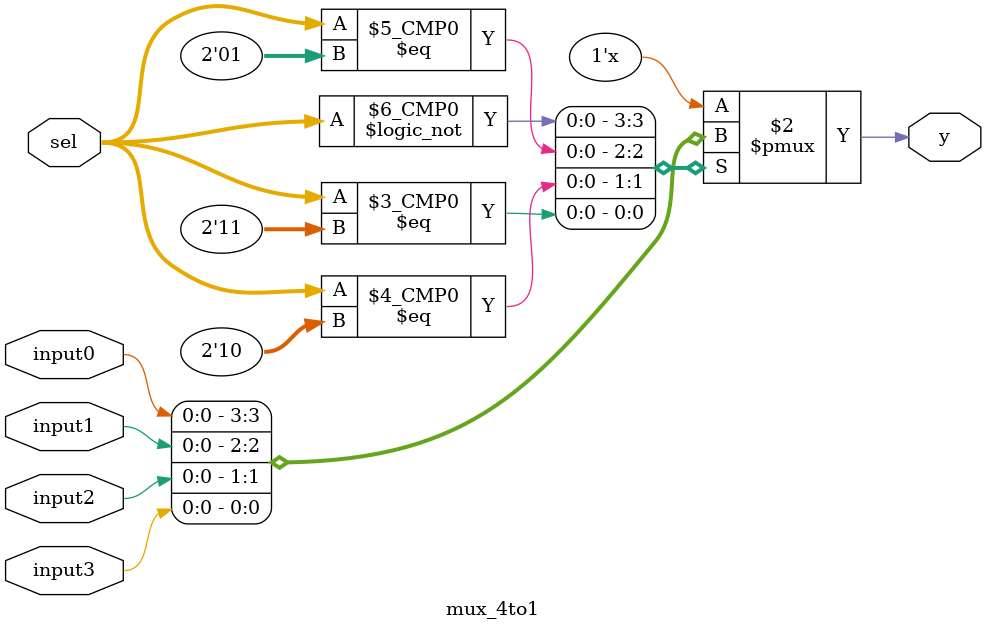
<source format=sv>
module mux_4to1 (
    input logic [1:0] sel,    // 2-bit Selector input
    input logic input0,       // Data input 0
    input logic input1,       // Data input 1
    input logic input2,       // Data input 2
    input logic input3,       // Data input 3
    output logic y            // Output
);

    always_comb begin
        case (sel)
            2'b00: y = input0;
            2'b01: y = input1;
            2'b10: y = input2;
            2'b11: y = input3;
            default: y = 1'b0;
        endcase
    end
endmodule

</source>
